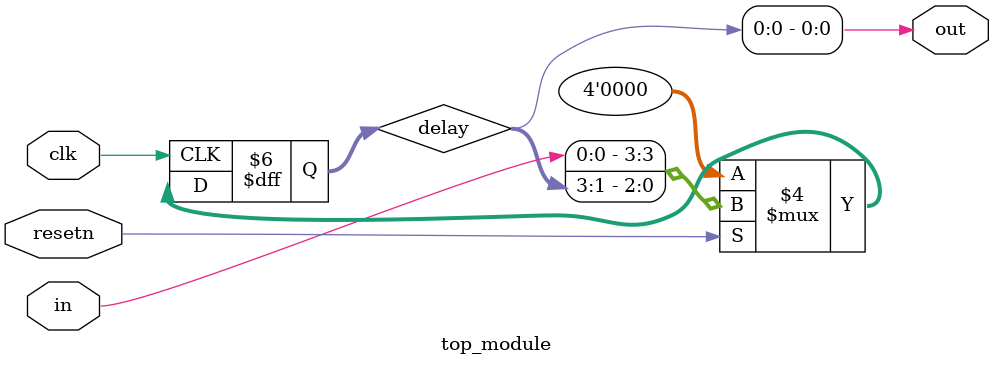
<source format=v>
module top_module (
    input clk,
    input resetn,   // synchronous reset
    input in,
    output out);
    
    reg [3:0] delay;
    assign out = delay[0];
    always @(posedge clk) begin
        if (!resetn) delay <= 0;
        else delay = { in, delay[3:1] };
    end

endmodule


</source>
